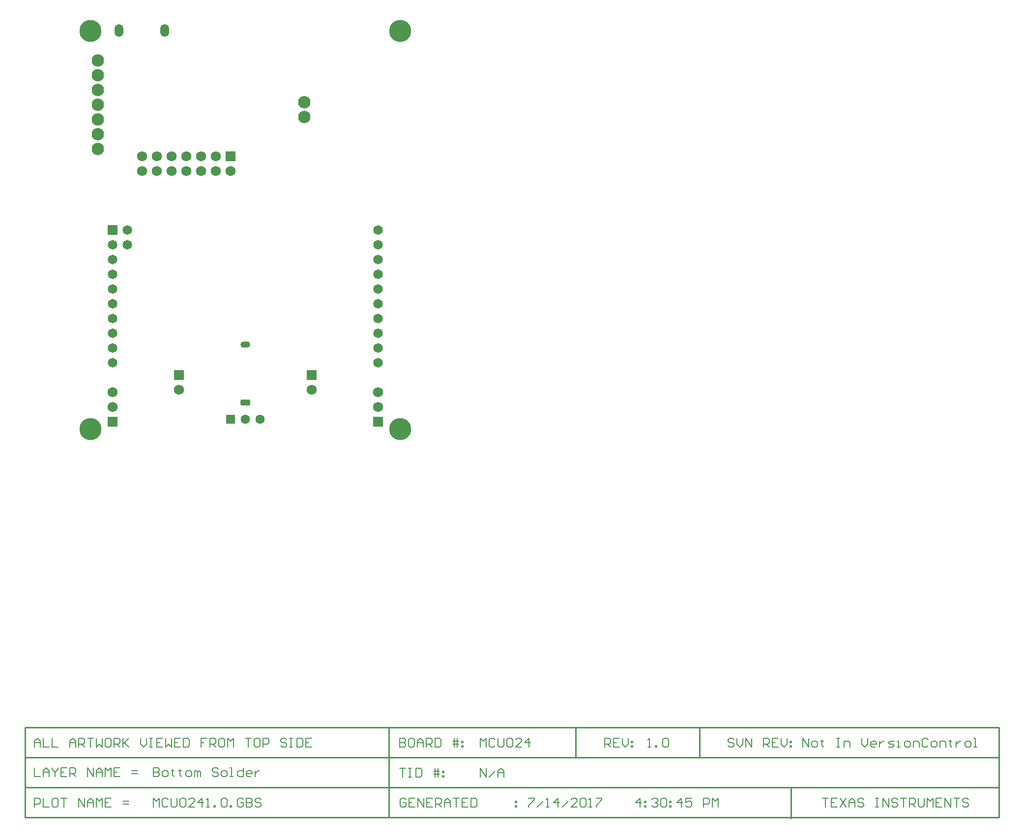
<source format=gbs>
G04 Layer_Color=16711935*
%FSAX25Y25*%
%MOIN*%
G70*
G01*
G75*
%ADD48C,0.01000*%
%ADD49C,0.00800*%
%ADD60C,0.06496*%
G04:AMPARAMS|DCode=124|XSize=43.31mil|YSize=66.93mil|CornerRadius=11.81mil|HoleSize=0mil|Usage=FLASHONLY|Rotation=90.000|XOffset=0mil|YOffset=0mil|HoleType=Round|Shape=RoundedRectangle|*
%AMROUNDEDRECTD124*
21,1,0.04331,0.04331,0,0,90.0*
21,1,0.01969,0.06693,0,0,90.0*
1,1,0.02362,0.02165,0.00984*
1,1,0.02362,0.02165,-0.00984*
1,1,0.02362,-0.02165,-0.00984*
1,1,0.02362,-0.02165,0.00984*
%
%ADD124ROUNDEDRECTD124*%
%ADD125O,0.06693X0.04331*%
%ADD126C,0.15000*%
%ADD127C,0.08394*%
G04:AMPARAMS|DCode=128|XSize=68.9mil|YSize=68.9mil|CornerRadius=3.92mil|HoleSize=0mil|Usage=FLASHONLY|Rotation=270.000|XOffset=0mil|YOffset=0mil|HoleType=Round|Shape=RoundedRectangle|*
%AMROUNDEDRECTD128*
21,1,0.06890,0.06106,0,0,270.0*
21,1,0.06106,0.06890,0,0,270.0*
1,1,0.00784,-0.03053,-0.03053*
1,1,0.00784,-0.03053,0.03053*
1,1,0.00784,0.03053,0.03053*
1,1,0.00784,0.03053,-0.03053*
%
%ADD128ROUNDEDRECTD128*%
%ADD129C,0.06890*%
G04:AMPARAMS|DCode=130|XSize=64.96mil|YSize=64.96mil|CornerRadius=3.8mil|HoleSize=0mil|Usage=FLASHONLY|Rotation=270.000|XOffset=0mil|YOffset=0mil|HoleType=Round|Shape=RoundedRectangle|*
%AMROUNDEDRECTD130*
21,1,0.06496,0.05736,0,0,270.0*
21,1,0.05736,0.06496,0,0,270.0*
1,1,0.00760,-0.02868,-0.02868*
1,1,0.00760,-0.02868,0.02868*
1,1,0.00760,0.02868,0.02868*
1,1,0.00760,0.02868,-0.02868*
%
%ADD130ROUNDEDRECTD130*%
%ADD131R,0.06299X0.06299*%
%ADD132C,0.06299*%
G04:AMPARAMS|DCode=133|XSize=86.61mil|YSize=59.06mil|CornerRadius=29.53mil|HoleSize=0mil|Usage=FLASHONLY|Rotation=270.000|XOffset=0mil|YOffset=0mil|HoleType=Round|Shape=RoundedRectangle|*
%AMROUNDEDRECTD133*
21,1,0.08661,0.00000,0,0,270.0*
21,1,0.02756,0.05906,0,0,270.0*
1,1,0.05906,0.00000,-0.01378*
1,1,0.05906,0.00000,0.01378*
1,1,0.05906,0.00000,0.01378*
1,1,0.05906,0.00000,-0.01378*
%
%ADD133ROUNDEDRECTD133*%
%ADD134R,0.06890X0.06890*%
G54D48*
X0559400Y0039400D02*
Y0059683D01*
X0440500Y0040050D02*
X0700200D01*
Y0101050D01*
X0286500Y0040050D02*
Y0101050D01*
X0040000Y0040050D02*
Y0101050D01*
X0040050Y0040050D02*
X0197600D01*
X0040050D02*
Y0101050D01*
Y0101050D02*
X0700200D01*
X0040000Y0040050D02*
X0440500D01*
X0040000Y0060383D02*
X0700000D01*
X0040000Y0080717D02*
X0700200D01*
X0413200D02*
Y0101050D01*
X0497200Y0080717D02*
Y0101050D01*
G54D49*
X0126900Y0073549D02*
Y0067551D01*
X0129899D01*
X0130899Y0068550D01*
Y0069550D01*
X0129899Y0070550D01*
X0126900D01*
X0129899D01*
X0130899Y0071549D01*
Y0072549D01*
X0129899Y0073549D01*
X0126900D01*
X0133898Y0067551D02*
X0135897D01*
X0136897Y0068550D01*
Y0070550D01*
X0135897Y0071549D01*
X0133898D01*
X0132898Y0070550D01*
Y0068550D01*
X0133898Y0067551D01*
X0139896Y0072549D02*
Y0071549D01*
X0138896D01*
X0140895D01*
X0139896D01*
Y0068550D01*
X0140895Y0067551D01*
X0144894Y0072549D02*
Y0071549D01*
X0143895D01*
X0145894D01*
X0144894D01*
Y0068550D01*
X0145894Y0067551D01*
X0149893D02*
X0151892D01*
X0152892Y0068550D01*
Y0070550D01*
X0151892Y0071549D01*
X0149893D01*
X0148893Y0070550D01*
Y0068550D01*
X0149893Y0067551D01*
X0154891D02*
Y0071549D01*
X0155891D01*
X0156890Y0070550D01*
Y0067551D01*
Y0070550D01*
X0157890Y0071549D01*
X0158890Y0070550D01*
Y0067551D01*
X0170886Y0072549D02*
X0169886Y0073549D01*
X0167887D01*
X0166887Y0072549D01*
Y0071549D01*
X0167887Y0070550D01*
X0169886D01*
X0170886Y0069550D01*
Y0068550D01*
X0169886Y0067551D01*
X0167887D01*
X0166887Y0068550D01*
X0173885Y0067551D02*
X0175884D01*
X0176884Y0068550D01*
Y0070550D01*
X0175884Y0071549D01*
X0173885D01*
X0172885Y0070550D01*
Y0068550D01*
X0173885Y0067551D01*
X0178883D02*
X0180883D01*
X0179883D01*
Y0073549D01*
X0178883D01*
X0187880D02*
Y0067551D01*
X0184881D01*
X0183882Y0068550D01*
Y0070550D01*
X0184881Y0071549D01*
X0187880D01*
X0192879Y0067551D02*
X0190879D01*
X0189880Y0068550D01*
Y0070550D01*
X0190879Y0071549D01*
X0192879D01*
X0193878Y0070550D01*
Y0069550D01*
X0189880D01*
X0195878Y0071549D02*
Y0067551D01*
Y0069550D01*
X0196877Y0070550D01*
X0197877Y0071549D01*
X0198877D01*
X0348550Y0067500D02*
Y0073498D01*
X0352549Y0067500D01*
Y0073498D01*
X0354548Y0067500D02*
X0358547Y0071499D01*
X0360546Y0067500D02*
Y0071499D01*
X0362545Y0073498D01*
X0364545Y0071499D01*
Y0067500D01*
Y0070499D01*
X0360546D01*
X0294000Y0073498D02*
X0297999D01*
X0295999D01*
Y0067500D01*
X0299998Y0073498D02*
X0301997D01*
X0300998D01*
Y0067500D01*
X0299998D01*
X0301997D01*
X0304996Y0073498D02*
Y0067500D01*
X0307996D01*
X0308995Y0068500D01*
Y0072498D01*
X0307996Y0073498D01*
X0304996D01*
X0317992Y0067500D02*
Y0073498D01*
X0319992D02*
Y0067500D01*
X0316993Y0071499D02*
X0319992D01*
X0320991D01*
X0316993Y0069499D02*
X0320991D01*
X0322991Y0071499D02*
X0323990D01*
Y0070499D01*
X0322991D01*
Y0071499D01*
Y0068500D02*
X0323990D01*
Y0067500D01*
X0322991D01*
Y0068500D01*
X0580500Y0052965D02*
X0584499D01*
X0582499D01*
Y0046966D01*
X0590497Y0052965D02*
X0586498D01*
Y0046966D01*
X0590497D01*
X0586498Y0049966D02*
X0588497D01*
X0592496Y0052965D02*
X0596495Y0046966D01*
Y0052965D02*
X0592496Y0046966D01*
X0598494D02*
Y0050965D01*
X0600493Y0052965D01*
X0602493Y0050965D01*
Y0046966D01*
Y0049966D01*
X0598494D01*
X0608491Y0051965D02*
X0607491Y0052965D01*
X0605492D01*
X0604492Y0051965D01*
Y0050965D01*
X0605492Y0049966D01*
X0607491D01*
X0608491Y0048966D01*
Y0047966D01*
X0607491Y0046966D01*
X0605492D01*
X0604492Y0047966D01*
X0616488Y0052965D02*
X0618488D01*
X0617488D01*
Y0046966D01*
X0616488D01*
X0618488D01*
X0621487D02*
Y0052965D01*
X0625486Y0046966D01*
Y0052965D01*
X0631484Y0051965D02*
X0630484Y0052965D01*
X0628484D01*
X0627485Y0051965D01*
Y0050965D01*
X0628484Y0049966D01*
X0630484D01*
X0631484Y0048966D01*
Y0047966D01*
X0630484Y0046966D01*
X0628484D01*
X0627485Y0047966D01*
X0633483Y0052965D02*
X0637482D01*
X0635482D01*
Y0046966D01*
X0639481D02*
Y0052965D01*
X0642480D01*
X0643480Y0051965D01*
Y0049966D01*
X0642480Y0048966D01*
X0639481D01*
X0641480D02*
X0643480Y0046966D01*
X0645479Y0052965D02*
Y0047966D01*
X0646479Y0046966D01*
X0648478D01*
X0649478Y0047966D01*
Y0052965D01*
X0651477Y0046966D02*
Y0052965D01*
X0653476Y0050965D01*
X0655476Y0052965D01*
Y0046966D01*
X0661474Y0052965D02*
X0657475D01*
Y0046966D01*
X0661474D01*
X0657475Y0049966D02*
X0659474D01*
X0663473Y0046966D02*
Y0052965D01*
X0667472Y0046966D01*
Y0052965D01*
X0669471D02*
X0673470D01*
X0671471D01*
Y0046966D01*
X0679468Y0051965D02*
X0678468Y0052965D01*
X0676469D01*
X0675469Y0051965D01*
Y0050965D01*
X0676469Y0049966D01*
X0678468D01*
X0679468Y0048966D01*
Y0047966D01*
X0678468Y0046966D01*
X0676469D01*
X0675469Y0047966D01*
X0457049Y0046966D02*
Y0052965D01*
X0454050Y0049966D01*
X0458049D01*
X0460048Y0050965D02*
X0461048D01*
Y0049966D01*
X0460048D01*
Y0050965D01*
Y0047966D02*
X0461048D01*
Y0046966D01*
X0460048D01*
Y0047966D01*
X0465046Y0051965D02*
X0466046Y0052965D01*
X0468046D01*
X0469045Y0051965D01*
Y0050965D01*
X0468046Y0049966D01*
X0467046D01*
X0468046D01*
X0469045Y0048966D01*
Y0047966D01*
X0468046Y0046966D01*
X0466046D01*
X0465046Y0047966D01*
X0471044Y0051965D02*
X0472044Y0052965D01*
X0474044D01*
X0475043Y0051965D01*
Y0047966D01*
X0474044Y0046966D01*
X0472044D01*
X0471044Y0047966D01*
Y0051965D01*
X0477043Y0050965D02*
X0478042D01*
Y0049966D01*
X0477043D01*
Y0050965D01*
Y0047966D02*
X0478042D01*
Y0046966D01*
X0477043D01*
Y0047966D01*
X0485040Y0046966D02*
Y0052965D01*
X0482041Y0049966D01*
X0486040D01*
X0492038Y0052965D02*
X0488039D01*
Y0049966D01*
X0490038Y0050965D01*
X0491038D01*
X0492038Y0049966D01*
Y0047966D01*
X0491038Y0046966D01*
X0489039D01*
X0488039Y0047966D01*
X0500035Y0046966D02*
Y0052965D01*
X0503034D01*
X0504034Y0051965D01*
Y0049966D01*
X0503034Y0048966D01*
X0500035D01*
X0506033Y0046966D02*
Y0052965D01*
X0508033Y0050965D01*
X0510032Y0052965D01*
Y0046966D01*
X0046350D02*
Y0052965D01*
X0049349D01*
X0050349Y0051965D01*
Y0049966D01*
X0049349Y0048966D01*
X0046350D01*
X0052348Y0052965D02*
Y0046966D01*
X0056347D01*
X0061345Y0052965D02*
X0059346D01*
X0058346Y0051965D01*
Y0047966D01*
X0059346Y0046966D01*
X0061345D01*
X0062345Y0047966D01*
Y0051965D01*
X0061345Y0052965D01*
X0064344D02*
X0068343D01*
X0066343D01*
Y0046966D01*
X0076340D02*
Y0052965D01*
X0080339Y0046966D01*
Y0052965D01*
X0082338Y0046966D02*
Y0050965D01*
X0084338Y0052965D01*
X0086337Y0050965D01*
Y0046966D01*
Y0049966D01*
X0082338D01*
X0088336Y0046966D02*
Y0052965D01*
X0090336Y0050965D01*
X0092335Y0052965D01*
Y0046966D01*
X0098333Y0052965D02*
X0094335D01*
Y0046966D01*
X0098333D01*
X0094335Y0049966D02*
X0096334D01*
X0106331Y0048966D02*
X0110329D01*
X0106331Y0050965D02*
X0110329D01*
X0046350Y0073549D02*
Y0067551D01*
X0050349D01*
X0052348D02*
Y0071549D01*
X0054347Y0073549D01*
X0056347Y0071549D01*
Y0067551D01*
Y0070550D01*
X0052348D01*
X0058346Y0073549D02*
Y0072549D01*
X0060346Y0070550D01*
X0062345Y0072549D01*
Y0073549D01*
X0060346Y0070550D02*
Y0067551D01*
X0068343Y0073549D02*
X0064344D01*
Y0067551D01*
X0068343D01*
X0064344Y0070550D02*
X0066343D01*
X0070342Y0067551D02*
Y0073549D01*
X0073341D01*
X0074341Y0072549D01*
Y0070550D01*
X0073341Y0069550D01*
X0070342D01*
X0072342D02*
X0074341Y0067551D01*
X0082338D02*
Y0073549D01*
X0086337Y0067551D01*
Y0073549D01*
X0088336Y0067551D02*
Y0071549D01*
X0090336Y0073549D01*
X0092335Y0071549D01*
Y0067551D01*
Y0070550D01*
X0088336D01*
X0094335Y0067551D02*
Y0073549D01*
X0096334Y0071549D01*
X0098333Y0073549D01*
Y0067551D01*
X0104331Y0073549D02*
X0100332D01*
Y0067551D01*
X0104331D01*
X0100332Y0070550D02*
X0102332D01*
X0112329Y0069550D02*
X0116327D01*
X0112329Y0071549D02*
X0116327D01*
X0294000Y0093831D02*
Y0087833D01*
X0296999D01*
X0297999Y0088833D01*
Y0089833D01*
X0296999Y0090832D01*
X0294000D01*
X0296999D01*
X0297999Y0091832D01*
Y0092832D01*
X0296999Y0093831D01*
X0294000D01*
X0302997D02*
X0300998D01*
X0299998Y0092832D01*
Y0088833D01*
X0300998Y0087833D01*
X0302997D01*
X0303997Y0088833D01*
Y0092832D01*
X0302997Y0093831D01*
X0305996Y0087833D02*
Y0091832D01*
X0307996Y0093831D01*
X0309995Y0091832D01*
Y0087833D01*
Y0090832D01*
X0305996D01*
X0311994Y0087833D02*
Y0093831D01*
X0314993D01*
X0315993Y0092832D01*
Y0090832D01*
X0314993Y0089833D01*
X0311994D01*
X0313994D02*
X0315993Y0087833D01*
X0317992Y0093831D02*
Y0087833D01*
X0320991D01*
X0321991Y0088833D01*
Y0092832D01*
X0320991Y0093831D01*
X0317992D01*
X0330988Y0087833D02*
Y0093831D01*
X0332987D02*
Y0087833D01*
X0329988Y0091832D02*
X0332987D01*
X0333987D01*
X0329988Y0089833D02*
X0333987D01*
X0335986Y0091832D02*
X0336986D01*
Y0090832D01*
X0335986D01*
Y0091832D01*
Y0088833D02*
X0336986D01*
Y0087833D01*
X0335986D01*
Y0088833D01*
X0348550Y0087833D02*
Y0093831D01*
X0350549Y0091832D01*
X0352549Y0093831D01*
Y0087833D01*
X0358547Y0092832D02*
X0357547Y0093831D01*
X0355548D01*
X0354548Y0092832D01*
Y0088833D01*
X0355548Y0087833D01*
X0357547D01*
X0358547Y0088833D01*
X0360546Y0093831D02*
Y0088833D01*
X0361546Y0087833D01*
X0363545D01*
X0364545Y0088833D01*
Y0093831D01*
X0366544Y0092832D02*
X0367544Y0093831D01*
X0369543D01*
X0370543Y0092832D01*
Y0088833D01*
X0369543Y0087833D01*
X0367544D01*
X0366544Y0088833D01*
Y0092832D01*
X0376541Y0087833D02*
X0372542D01*
X0376541Y0091832D01*
Y0092832D01*
X0375541Y0093831D01*
X0373542D01*
X0372542Y0092832D01*
X0381539Y0087833D02*
Y0093831D01*
X0378540Y0090832D01*
X0382539D01*
X0462150Y0087833D02*
X0464149D01*
X0463150D01*
Y0093831D01*
X0462150Y0092832D01*
X0467148Y0087833D02*
Y0088833D01*
X0468148D01*
Y0087833D01*
X0467148D01*
X0472147Y0092832D02*
X0473146Y0093831D01*
X0475146D01*
X0476146Y0092832D01*
Y0088833D01*
X0475146Y0087833D01*
X0473146D01*
X0472147Y0088833D01*
Y0092832D01*
X0046350Y0087833D02*
Y0091832D01*
X0048349Y0093831D01*
X0050349Y0091832D01*
Y0087833D01*
Y0090832D01*
X0046350D01*
X0052348Y0093831D02*
Y0087833D01*
X0056347D01*
X0058346Y0093831D02*
Y0087833D01*
X0062345D01*
X0070342D02*
Y0091832D01*
X0072342Y0093831D01*
X0074341Y0091832D01*
Y0087833D01*
Y0090832D01*
X0070342D01*
X0076340Y0087833D02*
Y0093831D01*
X0079339D01*
X0080339Y0092832D01*
Y0090832D01*
X0079339Y0089833D01*
X0076340D01*
X0078340D02*
X0080339Y0087833D01*
X0082338Y0093831D02*
X0086337D01*
X0084338D01*
Y0087833D01*
X0088336Y0093831D02*
Y0087833D01*
X0090336Y0089833D01*
X0092335Y0087833D01*
Y0093831D01*
X0097334D02*
X0095334D01*
X0094335Y0092832D01*
Y0088833D01*
X0095334Y0087833D01*
X0097334D01*
X0098333Y0088833D01*
Y0092832D01*
X0097334Y0093831D01*
X0100332Y0087833D02*
Y0093831D01*
X0103332D01*
X0104331Y0092832D01*
Y0090832D01*
X0103332Y0089833D01*
X0100332D01*
X0102332D02*
X0104331Y0087833D01*
X0106331Y0093831D02*
Y0087833D01*
Y0089833D01*
X0110329Y0093831D01*
X0107330Y0090832D01*
X0110329Y0087833D01*
X0118327Y0093831D02*
Y0089833D01*
X0120326Y0087833D01*
X0122325Y0089833D01*
Y0093831D01*
X0124325D02*
X0126324D01*
X0125324D01*
Y0087833D01*
X0124325D01*
X0126324D01*
X0133322Y0093831D02*
X0129323D01*
Y0087833D01*
X0133322D01*
X0129323Y0090832D02*
X0131323D01*
X0135321Y0093831D02*
Y0087833D01*
X0137321Y0089833D01*
X0139320Y0087833D01*
Y0093831D01*
X0145318D02*
X0141319D01*
Y0087833D01*
X0145318D01*
X0141319Y0090832D02*
X0143319D01*
X0147317Y0093831D02*
Y0087833D01*
X0150316D01*
X0151316Y0088833D01*
Y0092832D01*
X0150316Y0093831D01*
X0147317D01*
X0163312D02*
X0159313D01*
Y0090832D01*
X0161313D01*
X0159313D01*
Y0087833D01*
X0165312D02*
Y0093831D01*
X0168310D01*
X0169310Y0092832D01*
Y0090832D01*
X0168310Y0089833D01*
X0165312D01*
X0167311D02*
X0169310Y0087833D01*
X0174309Y0093831D02*
X0172309D01*
X0171310Y0092832D01*
Y0088833D01*
X0172309Y0087833D01*
X0174309D01*
X0175308Y0088833D01*
Y0092832D01*
X0174309Y0093831D01*
X0177308Y0087833D02*
Y0093831D01*
X0179307Y0091832D01*
X0181306Y0093831D01*
Y0087833D01*
X0189304Y0093831D02*
X0193303D01*
X0191303D01*
Y0087833D01*
X0198301Y0093831D02*
X0196301D01*
X0195302Y0092832D01*
Y0088833D01*
X0196301Y0087833D01*
X0198301D01*
X0199301Y0088833D01*
Y0092832D01*
X0198301Y0093831D01*
X0201300Y0087833D02*
Y0093831D01*
X0204299D01*
X0205299Y0092832D01*
Y0090832D01*
X0204299Y0089833D01*
X0201300D01*
X0217295Y0092832D02*
X0216295Y0093831D01*
X0214296D01*
X0213296Y0092832D01*
Y0091832D01*
X0214296Y0090832D01*
X0216295D01*
X0217295Y0089833D01*
Y0088833D01*
X0216295Y0087833D01*
X0214296D01*
X0213296Y0088833D01*
X0219294Y0093831D02*
X0221293D01*
X0220294D01*
Y0087833D01*
X0219294D01*
X0221293D01*
X0224292Y0093831D02*
Y0087833D01*
X0227291D01*
X0228291Y0088833D01*
Y0092832D01*
X0227291Y0093831D01*
X0224292D01*
X0234289D02*
X0230291D01*
Y0087833D01*
X0234289D01*
X0230291Y0090832D02*
X0232290D01*
X0298199Y0051965D02*
X0297199Y0052965D01*
X0295200D01*
X0294200Y0051965D01*
Y0047966D01*
X0295200Y0046966D01*
X0297199D01*
X0298199Y0047966D01*
Y0049966D01*
X0296199D01*
X0304197Y0052965D02*
X0300198D01*
Y0046966D01*
X0304197D01*
X0300198Y0049966D02*
X0302197D01*
X0306196Y0046966D02*
Y0052965D01*
X0310195Y0046966D01*
Y0052965D01*
X0316193D02*
X0312194D01*
Y0046966D01*
X0316193D01*
X0312194Y0049966D02*
X0314194D01*
X0318192Y0046966D02*
Y0052965D01*
X0321191D01*
X0322191Y0051965D01*
Y0049966D01*
X0321191Y0048966D01*
X0318192D01*
X0320192D02*
X0322191Y0046966D01*
X0324190D02*
Y0050965D01*
X0326190Y0052965D01*
X0328189Y0050965D01*
Y0046966D01*
Y0049966D01*
X0324190D01*
X0330188Y0052965D02*
X0334187D01*
X0332188D01*
Y0046966D01*
X0340185Y0052965D02*
X0336186D01*
Y0046966D01*
X0340185D01*
X0336186Y0049966D02*
X0338186D01*
X0342184Y0052965D02*
Y0046966D01*
X0345183D01*
X0346183Y0047966D01*
Y0051965D01*
X0345183Y0052965D01*
X0342184D01*
X0372175Y0050965D02*
X0373175D01*
Y0049966D01*
X0372175D01*
Y0050965D01*
Y0047966D02*
X0373175D01*
Y0046966D01*
X0372175D01*
Y0047966D01*
X0381150Y0052965D02*
X0385149D01*
Y0051965D01*
X0381150Y0047966D01*
Y0046966D01*
X0387148D02*
X0391147Y0050965D01*
X0393146Y0046966D02*
X0395146D01*
X0394146D01*
Y0052965D01*
X0393146Y0051965D01*
X0401144Y0046966D02*
Y0052965D01*
X0398145Y0049966D01*
X0402143D01*
X0404143Y0046966D02*
X0408141Y0050965D01*
X0414139Y0046966D02*
X0410141D01*
X0414139Y0050965D01*
Y0051965D01*
X0413140Y0052965D01*
X0411140D01*
X0410141Y0051965D01*
X0416139D02*
X0417138Y0052965D01*
X0419138D01*
X0420137Y0051965D01*
Y0047966D01*
X0419138Y0046966D01*
X0417138D01*
X0416139Y0047966D01*
Y0051965D01*
X0422137Y0046966D02*
X0424136D01*
X0423136D01*
Y0052965D01*
X0422137Y0051965D01*
X0427135Y0052965D02*
X0431134D01*
Y0051965D01*
X0427135Y0047966D01*
Y0046966D01*
X0126900D02*
Y0052965D01*
X0128899Y0050965D01*
X0130899Y0052965D01*
Y0046966D01*
X0136897Y0051965D02*
X0135897Y0052965D01*
X0133898D01*
X0132898Y0051965D01*
Y0047966D01*
X0133898Y0046966D01*
X0135897D01*
X0136897Y0047966D01*
X0138896Y0052965D02*
Y0047966D01*
X0139896Y0046966D01*
X0141895D01*
X0142895Y0047966D01*
Y0052965D01*
X0144894Y0051965D02*
X0145894Y0052965D01*
X0147893D01*
X0148893Y0051965D01*
Y0047966D01*
X0147893Y0046966D01*
X0145894D01*
X0144894Y0047966D01*
Y0051965D01*
X0154891Y0046966D02*
X0150892D01*
X0154891Y0050965D01*
Y0051965D01*
X0153891Y0052965D01*
X0151892D01*
X0150892Y0051965D01*
X0159889Y0046966D02*
Y0052965D01*
X0156890Y0049966D01*
X0160889D01*
X0162888Y0046966D02*
X0164888D01*
X0163888D01*
Y0052965D01*
X0162888Y0051965D01*
X0167887Y0046966D02*
Y0047966D01*
X0168886D01*
Y0046966D01*
X0167887D01*
X0172885Y0051965D02*
X0173885Y0052965D01*
X0175884D01*
X0176884Y0051965D01*
Y0047966D01*
X0175884Y0046966D01*
X0173885D01*
X0172885Y0047966D01*
Y0051965D01*
X0178883Y0046966D02*
Y0047966D01*
X0179883D01*
Y0046966D01*
X0178883D01*
X0187880Y0051965D02*
X0186881Y0052965D01*
X0184881D01*
X0183882Y0051965D01*
Y0047966D01*
X0184881Y0046966D01*
X0186881D01*
X0187880Y0047966D01*
Y0049966D01*
X0185881D01*
X0189880Y0052965D02*
Y0046966D01*
X0192879D01*
X0193878Y0047966D01*
Y0048966D01*
X0192879Y0049966D01*
X0189880D01*
X0192879D01*
X0193878Y0050965D01*
Y0051965D01*
X0192879Y0052965D01*
X0189880D01*
X0199876Y0051965D02*
X0198877Y0052965D01*
X0196877D01*
X0195878Y0051965D01*
Y0050965D01*
X0196877Y0049966D01*
X0198877D01*
X0199876Y0048966D01*
Y0047966D01*
X0198877Y0046966D01*
X0196877D01*
X0195878Y0047966D01*
X0433000Y0087833D02*
Y0093831D01*
X0435999D01*
X0436999Y0092832D01*
Y0090832D01*
X0435999Y0089833D01*
X0433000D01*
X0434999D02*
X0436999Y0087833D01*
X0442997Y0093831D02*
X0438998D01*
Y0087833D01*
X0442997D01*
X0438998Y0090832D02*
X0440997D01*
X0444996Y0093831D02*
Y0089833D01*
X0446995Y0087833D01*
X0448995Y0089833D01*
Y0093831D01*
X0450994Y0091832D02*
X0451994D01*
Y0090832D01*
X0450994D01*
Y0091832D01*
Y0088833D02*
X0451994D01*
Y0087833D01*
X0450994D01*
Y0088833D01*
X0520799Y0092832D02*
X0519799Y0093831D01*
X0517800D01*
X0516800Y0092832D01*
Y0091832D01*
X0517800Y0090832D01*
X0519799D01*
X0520799Y0089833D01*
Y0088833D01*
X0519799Y0087833D01*
X0517800D01*
X0516800Y0088833D01*
X0522798Y0093831D02*
Y0089833D01*
X0524797Y0087833D01*
X0526797Y0089833D01*
Y0093831D01*
X0528796Y0087833D02*
Y0093831D01*
X0532795Y0087833D01*
Y0093831D01*
X0540792Y0087833D02*
Y0093831D01*
X0543791D01*
X0544791Y0092832D01*
Y0090832D01*
X0543791Y0089833D01*
X0540792D01*
X0542792D02*
X0544791Y0087833D01*
X0550789Y0093831D02*
X0546790D01*
Y0087833D01*
X0550789D01*
X0546790Y0090832D02*
X0548790D01*
X0552788Y0093831D02*
Y0089833D01*
X0554788Y0087833D01*
X0556787Y0089833D01*
Y0093831D01*
X0558786Y0091832D02*
X0559786D01*
Y0090832D01*
X0558786D01*
Y0091832D01*
Y0088833D02*
X0559786D01*
Y0087833D01*
X0558786D01*
Y0088833D01*
X0567400Y0087833D02*
Y0093831D01*
X0571399Y0087833D01*
Y0093831D01*
X0574398Y0087833D02*
X0576397D01*
X0577397Y0088833D01*
Y0090832D01*
X0576397Y0091832D01*
X0574398D01*
X0573398Y0090832D01*
Y0088833D01*
X0574398Y0087833D01*
X0580396Y0092832D02*
Y0091832D01*
X0579396D01*
X0581395D01*
X0580396D01*
Y0088833D01*
X0581395Y0087833D01*
X0590393Y0093831D02*
X0592392D01*
X0591392D01*
Y0087833D01*
X0590393D01*
X0592392D01*
X0595391D02*
Y0091832D01*
X0598390D01*
X0599390Y0090832D01*
Y0087833D01*
X0607387Y0093831D02*
Y0089833D01*
X0609386Y0087833D01*
X0611386Y0089833D01*
Y0093831D01*
X0616384Y0087833D02*
X0614385D01*
X0613385Y0088833D01*
Y0090832D01*
X0614385Y0091832D01*
X0616384D01*
X0617384Y0090832D01*
Y0089833D01*
X0613385D01*
X0619383Y0091832D02*
Y0087833D01*
Y0089833D01*
X0620383Y0090832D01*
X0621383Y0091832D01*
X0622382D01*
X0625381Y0087833D02*
X0628380D01*
X0629380Y0088833D01*
X0628380Y0089833D01*
X0626381D01*
X0625381Y0090832D01*
X0626381Y0091832D01*
X0629380D01*
X0631379Y0087833D02*
X0633379D01*
X0632379D01*
Y0091832D01*
X0631379D01*
X0637377Y0087833D02*
X0639377D01*
X0640376Y0088833D01*
Y0090832D01*
X0639377Y0091832D01*
X0637377D01*
X0636378Y0090832D01*
Y0088833D01*
X0637377Y0087833D01*
X0642376D02*
Y0091832D01*
X0645375D01*
X0646374Y0090832D01*
Y0087833D01*
X0652373Y0092832D02*
X0651373Y0093831D01*
X0649373D01*
X0648374Y0092832D01*
Y0088833D01*
X0649373Y0087833D01*
X0651373D01*
X0652373Y0088833D01*
X0655372Y0087833D02*
X0657371D01*
X0658371Y0088833D01*
Y0090832D01*
X0657371Y0091832D01*
X0655372D01*
X0654372Y0090832D01*
Y0088833D01*
X0655372Y0087833D01*
X0660370D02*
Y0091832D01*
X0663369D01*
X0664369Y0090832D01*
Y0087833D01*
X0667368Y0092832D02*
Y0091832D01*
X0666368D01*
X0668367D01*
X0667368D01*
Y0088833D01*
X0668367Y0087833D01*
X0671366Y0091832D02*
Y0087833D01*
Y0089833D01*
X0672366Y0090832D01*
X0673366Y0091832D01*
X0674365D01*
X0678364Y0087833D02*
X0680364D01*
X0681363Y0088833D01*
Y0090832D01*
X0680364Y0091832D01*
X0678364D01*
X0677364Y0090832D01*
Y0088833D01*
X0678364Y0087833D01*
X0683362D02*
X0685362D01*
X0684362D01*
Y0093831D01*
X0683362D01*
G54D60*
X0099200Y0348400D02*
D03*
Y0358400D02*
D03*
Y0368400D02*
D03*
Y0378400D02*
D03*
Y0388400D02*
D03*
Y0398400D02*
D03*
Y0408400D02*
D03*
Y0418400D02*
D03*
Y0428400D02*
D03*
X0279200Y0348400D02*
D03*
Y0358400D02*
D03*
Y0368400D02*
D03*
Y0378400D02*
D03*
Y0388400D02*
D03*
Y0398400D02*
D03*
Y0408400D02*
D03*
Y0418400D02*
D03*
Y0428400D02*
D03*
Y0438400D02*
D03*
X0109200D02*
D03*
Y0428400D02*
D03*
G54D124*
X0189200Y0321215D02*
D03*
G54D125*
Y0360585D02*
D03*
G54D126*
X0294200Y0303400D02*
D03*
Y0573400D02*
D03*
X0084200D02*
D03*
Y0303400D02*
D03*
G54D127*
X0229200Y0524900D02*
D03*
X0089200Y0493400D02*
D03*
Y0503400D02*
D03*
Y0513400D02*
D03*
Y0523400D02*
D03*
Y0533400D02*
D03*
Y0543400D02*
D03*
Y0553400D02*
D03*
X0229200Y0514900D02*
D03*
G54D128*
X0234200Y0339900D02*
D03*
X0144200Y0339914D02*
D03*
G54D129*
X0234200Y0329900D02*
D03*
X0279200Y0318400D02*
D03*
Y0328400D02*
D03*
X0099200D02*
D03*
Y0318400D02*
D03*
X0179200Y0478400D02*
D03*
X0169200Y0488400D02*
D03*
Y0478400D02*
D03*
X0159200Y0488400D02*
D03*
Y0478400D02*
D03*
X0149200Y0488400D02*
D03*
Y0478400D02*
D03*
X0139200Y0488400D02*
D03*
Y0478400D02*
D03*
X0129200Y0488400D02*
D03*
Y0478400D02*
D03*
X0119200Y0488400D02*
D03*
Y0478400D02*
D03*
X0144200Y0329914D02*
D03*
G54D130*
X0099200Y0438400D02*
D03*
G54D131*
X0179200Y0309900D02*
D03*
G54D132*
X0189200D02*
D03*
X0199200D02*
D03*
G54D133*
X0103649Y0573691D02*
D03*
X0134751D02*
D03*
G54D134*
X0279200Y0308400D02*
D03*
X0099200D02*
D03*
X0179200Y0488400D02*
D03*
M02*

</source>
